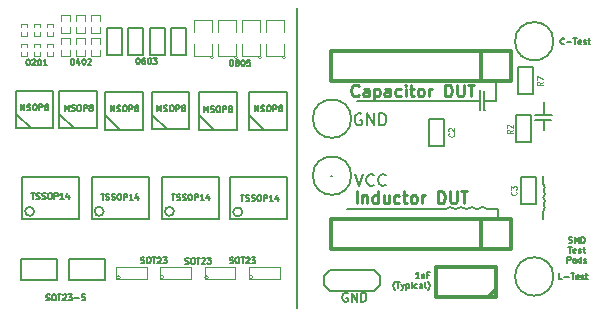
<source format=gto>
G04 (created by PCBNEW (2013-07-07 BZR 4022)-stable) date 1/31/2014 1:18:34 AM*
%MOIN*%
G04 Gerber Fmt 3.4, Leading zero omitted, Abs format*
%FSLAX34Y34*%
G01*
G70*
G90*
G04 APERTURE LIST*
%ADD10C,0.00590551*%
%ADD11C,0.005*%
%ADD12C,0.00984252*%
%ADD13C,0.00787402*%
%ADD14C,0.012*%
%ADD15C,0.0039*%
%ADD16C,0.0028*%
%ADD17C,0.00314961*%
%ADD18C,0.008*%
%ADD19C,0.0031*%
%ADD20C,0.0045*%
%ADD21C,0.006*%
G04 APERTURE END LIST*
G54D10*
G54D11*
X66692Y-66551D02*
X66720Y-66560D01*
X66768Y-66560D01*
X66787Y-66551D01*
X66797Y-66541D01*
X66806Y-66522D01*
X66806Y-66503D01*
X66797Y-66484D01*
X66787Y-66475D01*
X66768Y-66465D01*
X66730Y-66456D01*
X66711Y-66446D01*
X66701Y-66437D01*
X66692Y-66418D01*
X66692Y-66399D01*
X66701Y-66380D01*
X66711Y-66370D01*
X66730Y-66360D01*
X66778Y-66360D01*
X66806Y-66370D01*
X66930Y-66360D02*
X66968Y-66360D01*
X66987Y-66370D01*
X67006Y-66389D01*
X67016Y-66427D01*
X67016Y-66494D01*
X67006Y-66532D01*
X66987Y-66551D01*
X66968Y-66560D01*
X66930Y-66560D01*
X66911Y-66551D01*
X66892Y-66532D01*
X66882Y-66494D01*
X66882Y-66427D01*
X66892Y-66389D01*
X66911Y-66370D01*
X66930Y-66360D01*
X67073Y-66360D02*
X67187Y-66360D01*
X67130Y-66560D02*
X67130Y-66360D01*
X67244Y-66380D02*
X67254Y-66370D01*
X67273Y-66360D01*
X67320Y-66360D01*
X67340Y-66370D01*
X67349Y-66380D01*
X67359Y-66399D01*
X67359Y-66418D01*
X67349Y-66446D01*
X67235Y-66560D01*
X67359Y-66560D01*
X67425Y-66360D02*
X67549Y-66360D01*
X67482Y-66437D01*
X67511Y-66437D01*
X67530Y-66446D01*
X67540Y-66456D01*
X67549Y-66475D01*
X67549Y-66522D01*
X67540Y-66541D01*
X67530Y-66551D01*
X67511Y-66560D01*
X67454Y-66560D01*
X67435Y-66551D01*
X67425Y-66541D01*
X67635Y-66484D02*
X67787Y-66484D01*
X67978Y-66360D02*
X67882Y-66360D01*
X67873Y-66456D01*
X67882Y-66446D01*
X67901Y-66437D01*
X67949Y-66437D01*
X67968Y-66446D01*
X67978Y-66456D01*
X67987Y-66475D01*
X67987Y-66522D01*
X67978Y-66541D01*
X67968Y-66551D01*
X67949Y-66560D01*
X67901Y-66560D01*
X67882Y-66551D01*
X67873Y-66541D01*
X69851Y-65311D02*
X69879Y-65320D01*
X69927Y-65320D01*
X69946Y-65311D01*
X69956Y-65301D01*
X69965Y-65282D01*
X69965Y-65263D01*
X69956Y-65244D01*
X69946Y-65235D01*
X69927Y-65225D01*
X69889Y-65216D01*
X69870Y-65206D01*
X69860Y-65197D01*
X69851Y-65178D01*
X69851Y-65159D01*
X69860Y-65140D01*
X69870Y-65130D01*
X69889Y-65120D01*
X69937Y-65120D01*
X69965Y-65130D01*
X70089Y-65120D02*
X70127Y-65120D01*
X70146Y-65130D01*
X70165Y-65149D01*
X70175Y-65187D01*
X70175Y-65254D01*
X70165Y-65292D01*
X70146Y-65311D01*
X70127Y-65320D01*
X70089Y-65320D01*
X70070Y-65311D01*
X70051Y-65292D01*
X70041Y-65254D01*
X70041Y-65187D01*
X70051Y-65149D01*
X70070Y-65130D01*
X70089Y-65120D01*
X70232Y-65120D02*
X70346Y-65120D01*
X70289Y-65320D02*
X70289Y-65120D01*
X70403Y-65140D02*
X70413Y-65130D01*
X70432Y-65120D01*
X70480Y-65120D01*
X70499Y-65130D01*
X70508Y-65140D01*
X70518Y-65159D01*
X70518Y-65178D01*
X70508Y-65206D01*
X70394Y-65320D01*
X70518Y-65320D01*
X70584Y-65120D02*
X70708Y-65120D01*
X70641Y-65197D01*
X70670Y-65197D01*
X70689Y-65206D01*
X70699Y-65216D01*
X70708Y-65235D01*
X70708Y-65282D01*
X70699Y-65301D01*
X70689Y-65311D01*
X70670Y-65320D01*
X70613Y-65320D01*
X70594Y-65311D01*
X70584Y-65301D01*
X71331Y-65331D02*
X71359Y-65340D01*
X71407Y-65340D01*
X71426Y-65331D01*
X71436Y-65321D01*
X71445Y-65302D01*
X71445Y-65283D01*
X71436Y-65264D01*
X71426Y-65255D01*
X71407Y-65245D01*
X71369Y-65236D01*
X71350Y-65226D01*
X71340Y-65217D01*
X71331Y-65198D01*
X71331Y-65179D01*
X71340Y-65160D01*
X71350Y-65150D01*
X71369Y-65140D01*
X71417Y-65140D01*
X71445Y-65150D01*
X71569Y-65140D02*
X71607Y-65140D01*
X71626Y-65150D01*
X71645Y-65169D01*
X71655Y-65207D01*
X71655Y-65274D01*
X71645Y-65312D01*
X71626Y-65331D01*
X71607Y-65340D01*
X71569Y-65340D01*
X71550Y-65331D01*
X71531Y-65312D01*
X71521Y-65274D01*
X71521Y-65207D01*
X71531Y-65169D01*
X71550Y-65150D01*
X71569Y-65140D01*
X71712Y-65140D02*
X71826Y-65140D01*
X71769Y-65340D02*
X71769Y-65140D01*
X71883Y-65160D02*
X71893Y-65150D01*
X71912Y-65140D01*
X71960Y-65140D01*
X71979Y-65150D01*
X71988Y-65160D01*
X71998Y-65179D01*
X71998Y-65198D01*
X71988Y-65226D01*
X71874Y-65340D01*
X71998Y-65340D01*
X72064Y-65140D02*
X72188Y-65140D01*
X72121Y-65217D01*
X72150Y-65217D01*
X72169Y-65226D01*
X72179Y-65236D01*
X72188Y-65255D01*
X72188Y-65302D01*
X72179Y-65321D01*
X72169Y-65331D01*
X72150Y-65340D01*
X72093Y-65340D01*
X72074Y-65331D01*
X72064Y-65321D01*
X72811Y-65311D02*
X72839Y-65320D01*
X72887Y-65320D01*
X72906Y-65311D01*
X72916Y-65301D01*
X72925Y-65282D01*
X72925Y-65263D01*
X72916Y-65244D01*
X72906Y-65235D01*
X72887Y-65225D01*
X72849Y-65216D01*
X72830Y-65206D01*
X72820Y-65197D01*
X72811Y-65178D01*
X72811Y-65159D01*
X72820Y-65140D01*
X72830Y-65130D01*
X72849Y-65120D01*
X72897Y-65120D01*
X72925Y-65130D01*
X73049Y-65120D02*
X73087Y-65120D01*
X73106Y-65130D01*
X73125Y-65149D01*
X73135Y-65187D01*
X73135Y-65254D01*
X73125Y-65292D01*
X73106Y-65311D01*
X73087Y-65320D01*
X73049Y-65320D01*
X73030Y-65311D01*
X73011Y-65292D01*
X73001Y-65254D01*
X73001Y-65187D01*
X73011Y-65149D01*
X73030Y-65130D01*
X73049Y-65120D01*
X73192Y-65120D02*
X73306Y-65120D01*
X73249Y-65320D02*
X73249Y-65120D01*
X73363Y-65140D02*
X73373Y-65130D01*
X73392Y-65120D01*
X73440Y-65120D01*
X73459Y-65130D01*
X73468Y-65140D01*
X73478Y-65159D01*
X73478Y-65178D01*
X73468Y-65206D01*
X73354Y-65320D01*
X73478Y-65320D01*
X73544Y-65120D02*
X73668Y-65120D01*
X73601Y-65197D01*
X73630Y-65197D01*
X73649Y-65206D01*
X73659Y-65216D01*
X73668Y-65235D01*
X73668Y-65282D01*
X73659Y-65301D01*
X73649Y-65311D01*
X73630Y-65320D01*
X73573Y-65320D01*
X73554Y-65311D01*
X73544Y-65301D01*
X66197Y-62980D02*
X66311Y-62980D01*
X66254Y-63180D02*
X66254Y-62980D01*
X66368Y-63171D02*
X66397Y-63180D01*
X66444Y-63180D01*
X66463Y-63171D01*
X66473Y-63161D01*
X66482Y-63142D01*
X66482Y-63123D01*
X66473Y-63104D01*
X66463Y-63095D01*
X66444Y-63085D01*
X66406Y-63076D01*
X66387Y-63066D01*
X66378Y-63057D01*
X66368Y-63038D01*
X66368Y-63019D01*
X66378Y-63000D01*
X66387Y-62990D01*
X66406Y-62980D01*
X66454Y-62980D01*
X66482Y-62990D01*
X66559Y-63171D02*
X66587Y-63180D01*
X66635Y-63180D01*
X66654Y-63171D01*
X66663Y-63161D01*
X66673Y-63142D01*
X66673Y-63123D01*
X66663Y-63104D01*
X66654Y-63095D01*
X66635Y-63085D01*
X66597Y-63076D01*
X66578Y-63066D01*
X66568Y-63057D01*
X66559Y-63038D01*
X66559Y-63019D01*
X66568Y-63000D01*
X66578Y-62990D01*
X66597Y-62980D01*
X66644Y-62980D01*
X66673Y-62990D01*
X66797Y-62980D02*
X66835Y-62980D01*
X66854Y-62990D01*
X66873Y-63009D01*
X66882Y-63047D01*
X66882Y-63114D01*
X66873Y-63152D01*
X66854Y-63171D01*
X66835Y-63180D01*
X66797Y-63180D01*
X66778Y-63171D01*
X66759Y-63152D01*
X66749Y-63114D01*
X66749Y-63047D01*
X66759Y-63009D01*
X66778Y-62990D01*
X66797Y-62980D01*
X66968Y-63180D02*
X66968Y-62980D01*
X67044Y-62980D01*
X67063Y-62990D01*
X67073Y-63000D01*
X67082Y-63019D01*
X67082Y-63047D01*
X67073Y-63066D01*
X67063Y-63076D01*
X67044Y-63085D01*
X66968Y-63085D01*
X67273Y-63180D02*
X67159Y-63180D01*
X67216Y-63180D02*
X67216Y-62980D01*
X67197Y-63009D01*
X67178Y-63028D01*
X67159Y-63038D01*
X67444Y-63047D02*
X67444Y-63180D01*
X67397Y-62971D02*
X67349Y-63114D01*
X67473Y-63114D01*
X68517Y-63000D02*
X68631Y-63000D01*
X68574Y-63200D02*
X68574Y-63000D01*
X68688Y-63191D02*
X68717Y-63200D01*
X68764Y-63200D01*
X68783Y-63191D01*
X68793Y-63181D01*
X68802Y-63162D01*
X68802Y-63143D01*
X68793Y-63124D01*
X68783Y-63115D01*
X68764Y-63105D01*
X68726Y-63096D01*
X68707Y-63086D01*
X68698Y-63077D01*
X68688Y-63058D01*
X68688Y-63039D01*
X68698Y-63020D01*
X68707Y-63010D01*
X68726Y-63000D01*
X68774Y-63000D01*
X68802Y-63010D01*
X68879Y-63191D02*
X68907Y-63200D01*
X68955Y-63200D01*
X68974Y-63191D01*
X68983Y-63181D01*
X68993Y-63162D01*
X68993Y-63143D01*
X68983Y-63124D01*
X68974Y-63115D01*
X68955Y-63105D01*
X68917Y-63096D01*
X68898Y-63086D01*
X68888Y-63077D01*
X68879Y-63058D01*
X68879Y-63039D01*
X68888Y-63020D01*
X68898Y-63010D01*
X68917Y-63000D01*
X68964Y-63000D01*
X68993Y-63010D01*
X69117Y-63000D02*
X69155Y-63000D01*
X69174Y-63010D01*
X69193Y-63029D01*
X69202Y-63067D01*
X69202Y-63134D01*
X69193Y-63172D01*
X69174Y-63191D01*
X69155Y-63200D01*
X69117Y-63200D01*
X69098Y-63191D01*
X69079Y-63172D01*
X69069Y-63134D01*
X69069Y-63067D01*
X69079Y-63029D01*
X69098Y-63010D01*
X69117Y-63000D01*
X69288Y-63200D02*
X69288Y-63000D01*
X69364Y-63000D01*
X69383Y-63010D01*
X69393Y-63020D01*
X69402Y-63039D01*
X69402Y-63067D01*
X69393Y-63086D01*
X69383Y-63096D01*
X69364Y-63105D01*
X69288Y-63105D01*
X69593Y-63200D02*
X69479Y-63200D01*
X69536Y-63200D02*
X69536Y-63000D01*
X69517Y-63029D01*
X69498Y-63048D01*
X69479Y-63058D01*
X69764Y-63067D02*
X69764Y-63200D01*
X69717Y-62991D02*
X69669Y-63134D01*
X69793Y-63134D01*
X70877Y-63020D02*
X70991Y-63020D01*
X70934Y-63220D02*
X70934Y-63020D01*
X71048Y-63211D02*
X71077Y-63220D01*
X71124Y-63220D01*
X71143Y-63211D01*
X71153Y-63201D01*
X71162Y-63182D01*
X71162Y-63163D01*
X71153Y-63144D01*
X71143Y-63135D01*
X71124Y-63125D01*
X71086Y-63116D01*
X71067Y-63106D01*
X71058Y-63097D01*
X71048Y-63078D01*
X71048Y-63059D01*
X71058Y-63040D01*
X71067Y-63030D01*
X71086Y-63020D01*
X71134Y-63020D01*
X71162Y-63030D01*
X71239Y-63211D02*
X71267Y-63220D01*
X71315Y-63220D01*
X71334Y-63211D01*
X71343Y-63201D01*
X71353Y-63182D01*
X71353Y-63163D01*
X71343Y-63144D01*
X71334Y-63135D01*
X71315Y-63125D01*
X71277Y-63116D01*
X71258Y-63106D01*
X71248Y-63097D01*
X71239Y-63078D01*
X71239Y-63059D01*
X71248Y-63040D01*
X71258Y-63030D01*
X71277Y-63020D01*
X71324Y-63020D01*
X71353Y-63030D01*
X71477Y-63020D02*
X71515Y-63020D01*
X71534Y-63030D01*
X71553Y-63049D01*
X71562Y-63087D01*
X71562Y-63154D01*
X71553Y-63192D01*
X71534Y-63211D01*
X71515Y-63220D01*
X71477Y-63220D01*
X71458Y-63211D01*
X71439Y-63192D01*
X71429Y-63154D01*
X71429Y-63087D01*
X71439Y-63049D01*
X71458Y-63030D01*
X71477Y-63020D01*
X71648Y-63220D02*
X71648Y-63020D01*
X71724Y-63020D01*
X71743Y-63030D01*
X71753Y-63040D01*
X71762Y-63059D01*
X71762Y-63087D01*
X71753Y-63106D01*
X71743Y-63116D01*
X71724Y-63125D01*
X71648Y-63125D01*
X71953Y-63220D02*
X71839Y-63220D01*
X71896Y-63220D02*
X71896Y-63020D01*
X71877Y-63049D01*
X71858Y-63068D01*
X71839Y-63078D01*
X72124Y-63087D02*
X72124Y-63220D01*
X72077Y-63011D02*
X72029Y-63154D01*
X72153Y-63154D01*
X73177Y-63040D02*
X73291Y-63040D01*
X73234Y-63240D02*
X73234Y-63040D01*
X73348Y-63231D02*
X73377Y-63240D01*
X73424Y-63240D01*
X73443Y-63231D01*
X73453Y-63221D01*
X73462Y-63202D01*
X73462Y-63183D01*
X73453Y-63164D01*
X73443Y-63155D01*
X73424Y-63145D01*
X73386Y-63136D01*
X73367Y-63126D01*
X73358Y-63117D01*
X73348Y-63098D01*
X73348Y-63079D01*
X73358Y-63060D01*
X73367Y-63050D01*
X73386Y-63040D01*
X73434Y-63040D01*
X73462Y-63050D01*
X73539Y-63231D02*
X73567Y-63240D01*
X73615Y-63240D01*
X73634Y-63231D01*
X73643Y-63221D01*
X73653Y-63202D01*
X73653Y-63183D01*
X73643Y-63164D01*
X73634Y-63155D01*
X73615Y-63145D01*
X73577Y-63136D01*
X73558Y-63126D01*
X73548Y-63117D01*
X73539Y-63098D01*
X73539Y-63079D01*
X73548Y-63060D01*
X73558Y-63050D01*
X73577Y-63040D01*
X73624Y-63040D01*
X73653Y-63050D01*
X73777Y-63040D02*
X73815Y-63040D01*
X73834Y-63050D01*
X73853Y-63069D01*
X73862Y-63107D01*
X73862Y-63174D01*
X73853Y-63212D01*
X73834Y-63231D01*
X73815Y-63240D01*
X73777Y-63240D01*
X73758Y-63231D01*
X73739Y-63212D01*
X73729Y-63174D01*
X73729Y-63107D01*
X73739Y-63069D01*
X73758Y-63050D01*
X73777Y-63040D01*
X73948Y-63240D02*
X73948Y-63040D01*
X74024Y-63040D01*
X74043Y-63050D01*
X74053Y-63060D01*
X74062Y-63079D01*
X74062Y-63107D01*
X74053Y-63126D01*
X74043Y-63136D01*
X74024Y-63145D01*
X73948Y-63145D01*
X74253Y-63240D02*
X74139Y-63240D01*
X74196Y-63240D02*
X74196Y-63040D01*
X74177Y-63069D01*
X74158Y-63088D01*
X74139Y-63098D01*
X74424Y-63107D02*
X74424Y-63240D01*
X74377Y-63031D02*
X74329Y-63174D01*
X74453Y-63174D01*
X65838Y-60220D02*
X65838Y-60020D01*
X65904Y-60163D01*
X65971Y-60020D01*
X65971Y-60220D01*
X66057Y-60211D02*
X66085Y-60220D01*
X66133Y-60220D01*
X66152Y-60211D01*
X66161Y-60201D01*
X66171Y-60182D01*
X66171Y-60163D01*
X66161Y-60144D01*
X66152Y-60135D01*
X66133Y-60125D01*
X66095Y-60116D01*
X66076Y-60106D01*
X66066Y-60097D01*
X66057Y-60078D01*
X66057Y-60059D01*
X66066Y-60040D01*
X66076Y-60030D01*
X66095Y-60020D01*
X66142Y-60020D01*
X66171Y-60030D01*
X66295Y-60020D02*
X66333Y-60020D01*
X66352Y-60030D01*
X66371Y-60049D01*
X66380Y-60087D01*
X66380Y-60154D01*
X66371Y-60192D01*
X66352Y-60211D01*
X66333Y-60220D01*
X66295Y-60220D01*
X66276Y-60211D01*
X66257Y-60192D01*
X66247Y-60154D01*
X66247Y-60087D01*
X66257Y-60049D01*
X66276Y-60030D01*
X66295Y-60020D01*
X66466Y-60220D02*
X66466Y-60020D01*
X66542Y-60020D01*
X66561Y-60030D01*
X66571Y-60040D01*
X66580Y-60059D01*
X66580Y-60087D01*
X66571Y-60106D01*
X66561Y-60116D01*
X66542Y-60125D01*
X66466Y-60125D01*
X66695Y-60106D02*
X66676Y-60097D01*
X66666Y-60087D01*
X66657Y-60068D01*
X66657Y-60059D01*
X66666Y-60040D01*
X66676Y-60030D01*
X66695Y-60020D01*
X66733Y-60020D01*
X66752Y-60030D01*
X66761Y-60040D01*
X66771Y-60059D01*
X66771Y-60068D01*
X66761Y-60087D01*
X66752Y-60097D01*
X66733Y-60106D01*
X66695Y-60106D01*
X66676Y-60116D01*
X66666Y-60125D01*
X66657Y-60144D01*
X66657Y-60182D01*
X66666Y-60201D01*
X66676Y-60211D01*
X66695Y-60220D01*
X66733Y-60220D01*
X66752Y-60211D01*
X66761Y-60201D01*
X66771Y-60182D01*
X66771Y-60144D01*
X66761Y-60125D01*
X66752Y-60116D01*
X66733Y-60106D01*
X67318Y-60240D02*
X67318Y-60040D01*
X67384Y-60183D01*
X67451Y-60040D01*
X67451Y-60240D01*
X67537Y-60231D02*
X67565Y-60240D01*
X67613Y-60240D01*
X67632Y-60231D01*
X67641Y-60221D01*
X67651Y-60202D01*
X67651Y-60183D01*
X67641Y-60164D01*
X67632Y-60155D01*
X67613Y-60145D01*
X67575Y-60136D01*
X67556Y-60126D01*
X67546Y-60117D01*
X67537Y-60098D01*
X67537Y-60079D01*
X67546Y-60060D01*
X67556Y-60050D01*
X67575Y-60040D01*
X67622Y-60040D01*
X67651Y-60050D01*
X67775Y-60040D02*
X67813Y-60040D01*
X67832Y-60050D01*
X67851Y-60069D01*
X67860Y-60107D01*
X67860Y-60174D01*
X67851Y-60212D01*
X67832Y-60231D01*
X67813Y-60240D01*
X67775Y-60240D01*
X67756Y-60231D01*
X67737Y-60212D01*
X67727Y-60174D01*
X67727Y-60107D01*
X67737Y-60069D01*
X67756Y-60050D01*
X67775Y-60040D01*
X67946Y-60240D02*
X67946Y-60040D01*
X68022Y-60040D01*
X68041Y-60050D01*
X68051Y-60060D01*
X68060Y-60079D01*
X68060Y-60107D01*
X68051Y-60126D01*
X68041Y-60136D01*
X68022Y-60145D01*
X67946Y-60145D01*
X68175Y-60126D02*
X68156Y-60117D01*
X68146Y-60107D01*
X68137Y-60088D01*
X68137Y-60079D01*
X68146Y-60060D01*
X68156Y-60050D01*
X68175Y-60040D01*
X68213Y-60040D01*
X68232Y-60050D01*
X68241Y-60060D01*
X68251Y-60079D01*
X68251Y-60088D01*
X68241Y-60107D01*
X68232Y-60117D01*
X68213Y-60126D01*
X68175Y-60126D01*
X68156Y-60136D01*
X68146Y-60145D01*
X68137Y-60164D01*
X68137Y-60202D01*
X68146Y-60221D01*
X68156Y-60231D01*
X68175Y-60240D01*
X68213Y-60240D01*
X68232Y-60231D01*
X68241Y-60221D01*
X68251Y-60202D01*
X68251Y-60164D01*
X68241Y-60145D01*
X68232Y-60136D01*
X68213Y-60126D01*
X68838Y-60260D02*
X68838Y-60060D01*
X68904Y-60203D01*
X68971Y-60060D01*
X68971Y-60260D01*
X69057Y-60251D02*
X69085Y-60260D01*
X69133Y-60260D01*
X69152Y-60251D01*
X69161Y-60241D01*
X69171Y-60222D01*
X69171Y-60203D01*
X69161Y-60184D01*
X69152Y-60175D01*
X69133Y-60165D01*
X69095Y-60156D01*
X69076Y-60146D01*
X69066Y-60137D01*
X69057Y-60118D01*
X69057Y-60099D01*
X69066Y-60080D01*
X69076Y-60070D01*
X69095Y-60060D01*
X69142Y-60060D01*
X69171Y-60070D01*
X69295Y-60060D02*
X69333Y-60060D01*
X69352Y-60070D01*
X69371Y-60089D01*
X69380Y-60127D01*
X69380Y-60194D01*
X69371Y-60232D01*
X69352Y-60251D01*
X69333Y-60260D01*
X69295Y-60260D01*
X69276Y-60251D01*
X69257Y-60232D01*
X69247Y-60194D01*
X69247Y-60127D01*
X69257Y-60089D01*
X69276Y-60070D01*
X69295Y-60060D01*
X69466Y-60260D02*
X69466Y-60060D01*
X69542Y-60060D01*
X69561Y-60070D01*
X69571Y-60080D01*
X69580Y-60099D01*
X69580Y-60127D01*
X69571Y-60146D01*
X69561Y-60156D01*
X69542Y-60165D01*
X69466Y-60165D01*
X69695Y-60146D02*
X69676Y-60137D01*
X69666Y-60127D01*
X69657Y-60108D01*
X69657Y-60099D01*
X69666Y-60080D01*
X69676Y-60070D01*
X69695Y-60060D01*
X69733Y-60060D01*
X69752Y-60070D01*
X69761Y-60080D01*
X69771Y-60099D01*
X69771Y-60108D01*
X69761Y-60127D01*
X69752Y-60137D01*
X69733Y-60146D01*
X69695Y-60146D01*
X69676Y-60156D01*
X69666Y-60165D01*
X69657Y-60184D01*
X69657Y-60222D01*
X69666Y-60241D01*
X69676Y-60251D01*
X69695Y-60260D01*
X69733Y-60260D01*
X69752Y-60251D01*
X69761Y-60241D01*
X69771Y-60222D01*
X69771Y-60184D01*
X69761Y-60165D01*
X69752Y-60156D01*
X69733Y-60146D01*
X70398Y-60260D02*
X70398Y-60060D01*
X70464Y-60203D01*
X70531Y-60060D01*
X70531Y-60260D01*
X70617Y-60251D02*
X70645Y-60260D01*
X70693Y-60260D01*
X70712Y-60251D01*
X70721Y-60241D01*
X70731Y-60222D01*
X70731Y-60203D01*
X70721Y-60184D01*
X70712Y-60175D01*
X70693Y-60165D01*
X70655Y-60156D01*
X70636Y-60146D01*
X70626Y-60137D01*
X70617Y-60118D01*
X70617Y-60099D01*
X70626Y-60080D01*
X70636Y-60070D01*
X70655Y-60060D01*
X70702Y-60060D01*
X70731Y-60070D01*
X70855Y-60060D02*
X70893Y-60060D01*
X70912Y-60070D01*
X70931Y-60089D01*
X70940Y-60127D01*
X70940Y-60194D01*
X70931Y-60232D01*
X70912Y-60251D01*
X70893Y-60260D01*
X70855Y-60260D01*
X70836Y-60251D01*
X70817Y-60232D01*
X70807Y-60194D01*
X70807Y-60127D01*
X70817Y-60089D01*
X70836Y-60070D01*
X70855Y-60060D01*
X71026Y-60260D02*
X71026Y-60060D01*
X71102Y-60060D01*
X71121Y-60070D01*
X71131Y-60080D01*
X71140Y-60099D01*
X71140Y-60127D01*
X71131Y-60146D01*
X71121Y-60156D01*
X71102Y-60165D01*
X71026Y-60165D01*
X71255Y-60146D02*
X71236Y-60137D01*
X71226Y-60127D01*
X71217Y-60108D01*
X71217Y-60099D01*
X71226Y-60080D01*
X71236Y-60070D01*
X71255Y-60060D01*
X71293Y-60060D01*
X71312Y-60070D01*
X71321Y-60080D01*
X71331Y-60099D01*
X71331Y-60108D01*
X71321Y-60127D01*
X71312Y-60137D01*
X71293Y-60146D01*
X71255Y-60146D01*
X71236Y-60156D01*
X71226Y-60165D01*
X71217Y-60184D01*
X71217Y-60222D01*
X71226Y-60241D01*
X71236Y-60251D01*
X71255Y-60260D01*
X71293Y-60260D01*
X71312Y-60251D01*
X71321Y-60241D01*
X71331Y-60222D01*
X71331Y-60184D01*
X71321Y-60165D01*
X71312Y-60156D01*
X71293Y-60146D01*
X71958Y-60280D02*
X71958Y-60080D01*
X72024Y-60223D01*
X72091Y-60080D01*
X72091Y-60280D01*
X72177Y-60271D02*
X72205Y-60280D01*
X72253Y-60280D01*
X72272Y-60271D01*
X72281Y-60261D01*
X72291Y-60242D01*
X72291Y-60223D01*
X72281Y-60204D01*
X72272Y-60195D01*
X72253Y-60185D01*
X72215Y-60176D01*
X72196Y-60166D01*
X72186Y-60157D01*
X72177Y-60138D01*
X72177Y-60119D01*
X72186Y-60100D01*
X72196Y-60090D01*
X72215Y-60080D01*
X72262Y-60080D01*
X72291Y-60090D01*
X72415Y-60080D02*
X72453Y-60080D01*
X72472Y-60090D01*
X72491Y-60109D01*
X72500Y-60147D01*
X72500Y-60214D01*
X72491Y-60252D01*
X72472Y-60271D01*
X72453Y-60280D01*
X72415Y-60280D01*
X72396Y-60271D01*
X72377Y-60252D01*
X72367Y-60214D01*
X72367Y-60147D01*
X72377Y-60109D01*
X72396Y-60090D01*
X72415Y-60080D01*
X72586Y-60280D02*
X72586Y-60080D01*
X72662Y-60080D01*
X72681Y-60090D01*
X72691Y-60100D01*
X72700Y-60119D01*
X72700Y-60147D01*
X72691Y-60166D01*
X72681Y-60176D01*
X72662Y-60185D01*
X72586Y-60185D01*
X72815Y-60166D02*
X72796Y-60157D01*
X72786Y-60147D01*
X72777Y-60128D01*
X72777Y-60119D01*
X72786Y-60100D01*
X72796Y-60090D01*
X72815Y-60080D01*
X72853Y-60080D01*
X72872Y-60090D01*
X72881Y-60100D01*
X72891Y-60119D01*
X72891Y-60128D01*
X72881Y-60147D01*
X72872Y-60157D01*
X72853Y-60166D01*
X72815Y-60166D01*
X72796Y-60176D01*
X72786Y-60185D01*
X72777Y-60204D01*
X72777Y-60242D01*
X72786Y-60261D01*
X72796Y-60271D01*
X72815Y-60280D01*
X72853Y-60280D01*
X72872Y-60271D01*
X72881Y-60261D01*
X72891Y-60242D01*
X72891Y-60204D01*
X72881Y-60185D01*
X72872Y-60176D01*
X72853Y-60166D01*
X73638Y-60260D02*
X73638Y-60060D01*
X73704Y-60203D01*
X73771Y-60060D01*
X73771Y-60260D01*
X73857Y-60251D02*
X73885Y-60260D01*
X73933Y-60260D01*
X73952Y-60251D01*
X73961Y-60241D01*
X73971Y-60222D01*
X73971Y-60203D01*
X73961Y-60184D01*
X73952Y-60175D01*
X73933Y-60165D01*
X73895Y-60156D01*
X73876Y-60146D01*
X73866Y-60137D01*
X73857Y-60118D01*
X73857Y-60099D01*
X73866Y-60080D01*
X73876Y-60070D01*
X73895Y-60060D01*
X73942Y-60060D01*
X73971Y-60070D01*
X74095Y-60060D02*
X74133Y-60060D01*
X74152Y-60070D01*
X74171Y-60089D01*
X74180Y-60127D01*
X74180Y-60194D01*
X74171Y-60232D01*
X74152Y-60251D01*
X74133Y-60260D01*
X74095Y-60260D01*
X74076Y-60251D01*
X74057Y-60232D01*
X74047Y-60194D01*
X74047Y-60127D01*
X74057Y-60089D01*
X74076Y-60070D01*
X74095Y-60060D01*
X74266Y-60260D02*
X74266Y-60060D01*
X74342Y-60060D01*
X74361Y-60070D01*
X74371Y-60080D01*
X74380Y-60099D01*
X74380Y-60127D01*
X74371Y-60146D01*
X74361Y-60156D01*
X74342Y-60165D01*
X74266Y-60165D01*
X74495Y-60146D02*
X74476Y-60137D01*
X74466Y-60127D01*
X74457Y-60108D01*
X74457Y-60099D01*
X74466Y-60080D01*
X74476Y-60070D01*
X74495Y-60060D01*
X74533Y-60060D01*
X74552Y-60070D01*
X74561Y-60080D01*
X74571Y-60099D01*
X74571Y-60108D01*
X74561Y-60127D01*
X74552Y-60137D01*
X74533Y-60146D01*
X74495Y-60146D01*
X74476Y-60156D01*
X74466Y-60165D01*
X74457Y-60184D01*
X74457Y-60222D01*
X74466Y-60241D01*
X74476Y-60251D01*
X74495Y-60260D01*
X74533Y-60260D01*
X74552Y-60251D01*
X74561Y-60241D01*
X74571Y-60222D01*
X74571Y-60184D01*
X74561Y-60165D01*
X74552Y-60156D01*
X74533Y-60146D01*
X72864Y-58540D02*
X72883Y-58540D01*
X72902Y-58550D01*
X72912Y-58560D01*
X72921Y-58579D01*
X72931Y-58617D01*
X72931Y-58664D01*
X72921Y-58702D01*
X72912Y-58721D01*
X72902Y-58731D01*
X72883Y-58740D01*
X72864Y-58740D01*
X72845Y-58731D01*
X72836Y-58721D01*
X72826Y-58702D01*
X72817Y-58664D01*
X72817Y-58617D01*
X72826Y-58579D01*
X72836Y-58560D01*
X72845Y-58550D01*
X72864Y-58540D01*
X73045Y-58626D02*
X73026Y-58617D01*
X73017Y-58607D01*
X73007Y-58588D01*
X73007Y-58579D01*
X73017Y-58560D01*
X73026Y-58550D01*
X73045Y-58540D01*
X73083Y-58540D01*
X73102Y-58550D01*
X73112Y-58560D01*
X73121Y-58579D01*
X73121Y-58588D01*
X73112Y-58607D01*
X73102Y-58617D01*
X73083Y-58626D01*
X73045Y-58626D01*
X73026Y-58636D01*
X73017Y-58645D01*
X73007Y-58664D01*
X73007Y-58702D01*
X73017Y-58721D01*
X73026Y-58731D01*
X73045Y-58740D01*
X73083Y-58740D01*
X73102Y-58731D01*
X73112Y-58721D01*
X73121Y-58702D01*
X73121Y-58664D01*
X73112Y-58645D01*
X73102Y-58636D01*
X73083Y-58626D01*
X73245Y-58540D02*
X73264Y-58540D01*
X73283Y-58550D01*
X73293Y-58560D01*
X73302Y-58579D01*
X73312Y-58617D01*
X73312Y-58664D01*
X73302Y-58702D01*
X73293Y-58721D01*
X73283Y-58731D01*
X73264Y-58740D01*
X73245Y-58740D01*
X73226Y-58731D01*
X73217Y-58721D01*
X73207Y-58702D01*
X73198Y-58664D01*
X73198Y-58617D01*
X73207Y-58579D01*
X73217Y-58560D01*
X73226Y-58550D01*
X73245Y-58540D01*
X73493Y-58540D02*
X73398Y-58540D01*
X73388Y-58636D01*
X73398Y-58626D01*
X73417Y-58617D01*
X73464Y-58617D01*
X73483Y-58626D01*
X73493Y-58636D01*
X73502Y-58655D01*
X73502Y-58702D01*
X73493Y-58721D01*
X73483Y-58731D01*
X73464Y-58740D01*
X73417Y-58740D01*
X73398Y-58731D01*
X73388Y-58721D01*
X69744Y-58480D02*
X69763Y-58480D01*
X69782Y-58490D01*
X69792Y-58500D01*
X69801Y-58519D01*
X69811Y-58557D01*
X69811Y-58604D01*
X69801Y-58642D01*
X69792Y-58661D01*
X69782Y-58671D01*
X69763Y-58680D01*
X69744Y-58680D01*
X69725Y-58671D01*
X69716Y-58661D01*
X69706Y-58642D01*
X69697Y-58604D01*
X69697Y-58557D01*
X69706Y-58519D01*
X69716Y-58500D01*
X69725Y-58490D01*
X69744Y-58480D01*
X69982Y-58480D02*
X69944Y-58480D01*
X69925Y-58490D01*
X69916Y-58500D01*
X69897Y-58528D01*
X69887Y-58566D01*
X69887Y-58642D01*
X69897Y-58661D01*
X69906Y-58671D01*
X69925Y-58680D01*
X69963Y-58680D01*
X69982Y-58671D01*
X69992Y-58661D01*
X70001Y-58642D01*
X70001Y-58595D01*
X69992Y-58576D01*
X69982Y-58566D01*
X69963Y-58557D01*
X69925Y-58557D01*
X69906Y-58566D01*
X69897Y-58576D01*
X69887Y-58595D01*
X70125Y-58480D02*
X70144Y-58480D01*
X70163Y-58490D01*
X70173Y-58500D01*
X70182Y-58519D01*
X70192Y-58557D01*
X70192Y-58604D01*
X70182Y-58642D01*
X70173Y-58661D01*
X70163Y-58671D01*
X70144Y-58680D01*
X70125Y-58680D01*
X70106Y-58671D01*
X70097Y-58661D01*
X70087Y-58642D01*
X70078Y-58604D01*
X70078Y-58557D01*
X70087Y-58519D01*
X70097Y-58500D01*
X70106Y-58490D01*
X70125Y-58480D01*
X70259Y-58480D02*
X70382Y-58480D01*
X70316Y-58557D01*
X70344Y-58557D01*
X70363Y-58566D01*
X70373Y-58576D01*
X70382Y-58595D01*
X70382Y-58642D01*
X70373Y-58661D01*
X70363Y-58671D01*
X70344Y-58680D01*
X70287Y-58680D01*
X70268Y-58671D01*
X70259Y-58661D01*
X67564Y-58500D02*
X67583Y-58500D01*
X67602Y-58510D01*
X67612Y-58520D01*
X67621Y-58539D01*
X67631Y-58577D01*
X67631Y-58624D01*
X67621Y-58662D01*
X67612Y-58681D01*
X67602Y-58691D01*
X67583Y-58700D01*
X67564Y-58700D01*
X67545Y-58691D01*
X67536Y-58681D01*
X67526Y-58662D01*
X67517Y-58624D01*
X67517Y-58577D01*
X67526Y-58539D01*
X67536Y-58520D01*
X67545Y-58510D01*
X67564Y-58500D01*
X67802Y-58567D02*
X67802Y-58700D01*
X67755Y-58491D02*
X67707Y-58634D01*
X67831Y-58634D01*
X67945Y-58500D02*
X67964Y-58500D01*
X67983Y-58510D01*
X67993Y-58520D01*
X68002Y-58539D01*
X68012Y-58577D01*
X68012Y-58624D01*
X68002Y-58662D01*
X67993Y-58681D01*
X67983Y-58691D01*
X67964Y-58700D01*
X67945Y-58700D01*
X67926Y-58691D01*
X67917Y-58681D01*
X67907Y-58662D01*
X67898Y-58624D01*
X67898Y-58577D01*
X67907Y-58539D01*
X67917Y-58520D01*
X67926Y-58510D01*
X67945Y-58500D01*
X68088Y-58520D02*
X68098Y-58510D01*
X68117Y-58500D01*
X68164Y-58500D01*
X68183Y-58510D01*
X68193Y-58520D01*
X68202Y-58539D01*
X68202Y-58558D01*
X68193Y-58586D01*
X68079Y-58700D01*
X68202Y-58700D01*
X66084Y-58520D02*
X66103Y-58520D01*
X66122Y-58530D01*
X66132Y-58540D01*
X66141Y-58559D01*
X66151Y-58597D01*
X66151Y-58644D01*
X66141Y-58682D01*
X66132Y-58701D01*
X66122Y-58711D01*
X66103Y-58720D01*
X66084Y-58720D01*
X66065Y-58711D01*
X66056Y-58701D01*
X66046Y-58682D01*
X66037Y-58644D01*
X66037Y-58597D01*
X66046Y-58559D01*
X66056Y-58540D01*
X66065Y-58530D01*
X66084Y-58520D01*
X66227Y-58540D02*
X66237Y-58530D01*
X66256Y-58520D01*
X66303Y-58520D01*
X66322Y-58530D01*
X66332Y-58540D01*
X66341Y-58559D01*
X66341Y-58578D01*
X66332Y-58606D01*
X66218Y-58720D01*
X66341Y-58720D01*
X66465Y-58520D02*
X66484Y-58520D01*
X66503Y-58530D01*
X66513Y-58540D01*
X66522Y-58559D01*
X66532Y-58597D01*
X66532Y-58644D01*
X66522Y-58682D01*
X66513Y-58701D01*
X66503Y-58711D01*
X66484Y-58720D01*
X66465Y-58720D01*
X66446Y-58711D01*
X66437Y-58701D01*
X66427Y-58682D01*
X66418Y-58644D01*
X66418Y-58597D01*
X66427Y-58559D01*
X66437Y-58540D01*
X66446Y-58530D01*
X66465Y-58520D01*
X66722Y-58720D02*
X66608Y-58720D01*
X66665Y-58720D02*
X66665Y-58520D01*
X66646Y-58549D01*
X66627Y-58568D01*
X66608Y-58578D01*
X84108Y-64631D02*
X84137Y-64640D01*
X84184Y-64640D01*
X84203Y-64631D01*
X84213Y-64621D01*
X84222Y-64602D01*
X84222Y-64583D01*
X84213Y-64564D01*
X84203Y-64555D01*
X84184Y-64545D01*
X84146Y-64536D01*
X84127Y-64526D01*
X84118Y-64517D01*
X84108Y-64498D01*
X84108Y-64479D01*
X84118Y-64460D01*
X84127Y-64450D01*
X84146Y-64440D01*
X84194Y-64440D01*
X84222Y-64450D01*
X84308Y-64640D02*
X84308Y-64440D01*
X84375Y-64583D01*
X84441Y-64440D01*
X84441Y-64640D01*
X84537Y-64640D02*
X84537Y-64440D01*
X84584Y-64440D01*
X84613Y-64450D01*
X84632Y-64469D01*
X84641Y-64488D01*
X84651Y-64526D01*
X84651Y-64555D01*
X84641Y-64593D01*
X84632Y-64612D01*
X84613Y-64631D01*
X84584Y-64640D01*
X84537Y-64640D01*
X84099Y-64770D02*
X84213Y-64770D01*
X84156Y-64970D02*
X84156Y-64770D01*
X84356Y-64961D02*
X84337Y-64970D01*
X84299Y-64970D01*
X84280Y-64961D01*
X84270Y-64942D01*
X84270Y-64866D01*
X84280Y-64847D01*
X84299Y-64837D01*
X84337Y-64837D01*
X84356Y-64847D01*
X84365Y-64866D01*
X84365Y-64885D01*
X84270Y-64904D01*
X84441Y-64961D02*
X84460Y-64970D01*
X84499Y-64970D01*
X84518Y-64961D01*
X84527Y-64942D01*
X84527Y-64932D01*
X84518Y-64913D01*
X84499Y-64904D01*
X84470Y-64904D01*
X84451Y-64894D01*
X84441Y-64875D01*
X84441Y-64866D01*
X84451Y-64847D01*
X84470Y-64837D01*
X84499Y-64837D01*
X84518Y-64847D01*
X84584Y-64837D02*
X84660Y-64837D01*
X84613Y-64770D02*
X84613Y-64942D01*
X84622Y-64961D01*
X84641Y-64970D01*
X84660Y-64970D01*
X84065Y-65300D02*
X84065Y-65100D01*
X84141Y-65100D01*
X84160Y-65110D01*
X84170Y-65120D01*
X84180Y-65139D01*
X84180Y-65167D01*
X84170Y-65186D01*
X84160Y-65196D01*
X84141Y-65205D01*
X84065Y-65205D01*
X84351Y-65300D02*
X84351Y-65196D01*
X84341Y-65177D01*
X84322Y-65167D01*
X84284Y-65167D01*
X84265Y-65177D01*
X84351Y-65291D02*
X84332Y-65300D01*
X84284Y-65300D01*
X84265Y-65291D01*
X84256Y-65272D01*
X84256Y-65253D01*
X84265Y-65234D01*
X84284Y-65224D01*
X84332Y-65224D01*
X84351Y-65215D01*
X84532Y-65300D02*
X84532Y-65100D01*
X84532Y-65291D02*
X84513Y-65300D01*
X84475Y-65300D01*
X84456Y-65291D01*
X84446Y-65281D01*
X84437Y-65262D01*
X84437Y-65205D01*
X84446Y-65186D01*
X84456Y-65177D01*
X84475Y-65167D01*
X84513Y-65167D01*
X84532Y-65177D01*
X84618Y-65291D02*
X84637Y-65300D01*
X84675Y-65300D01*
X84694Y-65291D01*
X84703Y-65272D01*
X84703Y-65262D01*
X84694Y-65243D01*
X84675Y-65234D01*
X84646Y-65234D01*
X84627Y-65224D01*
X84618Y-65205D01*
X84618Y-65196D01*
X84627Y-65177D01*
X84646Y-65167D01*
X84675Y-65167D01*
X84694Y-65177D01*
G54D12*
X77109Y-59721D02*
X77090Y-59740D01*
X77034Y-59759D01*
X76997Y-59759D01*
X76940Y-59740D01*
X76903Y-59703D01*
X76884Y-59665D01*
X76865Y-59590D01*
X76865Y-59534D01*
X76884Y-59459D01*
X76903Y-59421D01*
X76940Y-59384D01*
X76997Y-59365D01*
X77034Y-59365D01*
X77090Y-59384D01*
X77109Y-59403D01*
X77447Y-59759D02*
X77447Y-59553D01*
X77428Y-59515D01*
X77390Y-59496D01*
X77315Y-59496D01*
X77278Y-59515D01*
X77447Y-59740D02*
X77409Y-59759D01*
X77315Y-59759D01*
X77278Y-59740D01*
X77259Y-59703D01*
X77259Y-59665D01*
X77278Y-59628D01*
X77315Y-59609D01*
X77409Y-59609D01*
X77447Y-59590D01*
X77634Y-59496D02*
X77634Y-59890D01*
X77634Y-59515D02*
X77672Y-59496D01*
X77747Y-59496D01*
X77784Y-59515D01*
X77803Y-59534D01*
X77822Y-59571D01*
X77822Y-59684D01*
X77803Y-59721D01*
X77784Y-59740D01*
X77747Y-59759D01*
X77672Y-59759D01*
X77634Y-59740D01*
X78159Y-59759D02*
X78159Y-59553D01*
X78140Y-59515D01*
X78103Y-59496D01*
X78028Y-59496D01*
X77990Y-59515D01*
X78159Y-59740D02*
X78121Y-59759D01*
X78028Y-59759D01*
X77990Y-59740D01*
X77971Y-59703D01*
X77971Y-59665D01*
X77990Y-59628D01*
X78028Y-59609D01*
X78121Y-59609D01*
X78159Y-59590D01*
X78515Y-59740D02*
X78478Y-59759D01*
X78403Y-59759D01*
X78365Y-59740D01*
X78346Y-59721D01*
X78328Y-59684D01*
X78328Y-59571D01*
X78346Y-59534D01*
X78365Y-59515D01*
X78403Y-59496D01*
X78478Y-59496D01*
X78515Y-59515D01*
X78684Y-59759D02*
X78684Y-59496D01*
X78684Y-59365D02*
X78665Y-59384D01*
X78684Y-59403D01*
X78703Y-59384D01*
X78684Y-59365D01*
X78684Y-59403D01*
X78815Y-59496D02*
X78965Y-59496D01*
X78871Y-59365D02*
X78871Y-59703D01*
X78890Y-59740D01*
X78928Y-59759D01*
X78965Y-59759D01*
X79153Y-59759D02*
X79115Y-59740D01*
X79096Y-59721D01*
X79078Y-59684D01*
X79078Y-59571D01*
X79096Y-59534D01*
X79115Y-59515D01*
X79153Y-59496D01*
X79209Y-59496D01*
X79246Y-59515D01*
X79265Y-59534D01*
X79284Y-59571D01*
X79284Y-59684D01*
X79265Y-59721D01*
X79246Y-59740D01*
X79209Y-59759D01*
X79153Y-59759D01*
X79453Y-59759D02*
X79453Y-59496D01*
X79453Y-59571D02*
X79471Y-59534D01*
X79490Y-59515D01*
X79528Y-59496D01*
X79565Y-59496D01*
X79996Y-59759D02*
X79996Y-59365D01*
X80090Y-59365D01*
X80146Y-59384D01*
X80184Y-59421D01*
X80202Y-59459D01*
X80221Y-59534D01*
X80221Y-59590D01*
X80202Y-59665D01*
X80184Y-59703D01*
X80146Y-59740D01*
X80090Y-59759D01*
X79996Y-59759D01*
X80390Y-59365D02*
X80390Y-59684D01*
X80409Y-59721D01*
X80427Y-59740D01*
X80465Y-59759D01*
X80540Y-59759D01*
X80577Y-59740D01*
X80596Y-59721D01*
X80615Y-59684D01*
X80615Y-59365D01*
X80746Y-59365D02*
X80971Y-59365D01*
X80859Y-59759D02*
X80859Y-59365D01*
G54D13*
X81140Y-59920D02*
X77060Y-59920D01*
X81140Y-60220D02*
X81160Y-60220D01*
X81140Y-59560D02*
X81140Y-60220D01*
X81300Y-60200D02*
X81320Y-60200D01*
X81300Y-59580D02*
X81300Y-60200D01*
X81300Y-59920D02*
X81300Y-59900D01*
X81700Y-59920D02*
X81300Y-59920D01*
X81700Y-59260D02*
X81700Y-59920D01*
G54D12*
X77041Y-63319D02*
X77041Y-62925D01*
X77228Y-63056D02*
X77228Y-63319D01*
X77228Y-63094D02*
X77247Y-63075D01*
X77285Y-63056D01*
X77341Y-63056D01*
X77378Y-63075D01*
X77397Y-63113D01*
X77397Y-63319D01*
X77753Y-63319D02*
X77753Y-62925D01*
X77753Y-63300D02*
X77716Y-63319D01*
X77641Y-63319D01*
X77603Y-63300D01*
X77585Y-63281D01*
X77566Y-63244D01*
X77566Y-63131D01*
X77585Y-63094D01*
X77603Y-63075D01*
X77641Y-63056D01*
X77716Y-63056D01*
X77753Y-63075D01*
X78110Y-63056D02*
X78110Y-63319D01*
X77941Y-63056D02*
X77941Y-63263D01*
X77960Y-63300D01*
X77997Y-63319D01*
X78053Y-63319D01*
X78091Y-63300D01*
X78110Y-63281D01*
X78466Y-63300D02*
X78428Y-63319D01*
X78353Y-63319D01*
X78316Y-63300D01*
X78297Y-63281D01*
X78278Y-63244D01*
X78278Y-63131D01*
X78297Y-63094D01*
X78316Y-63075D01*
X78353Y-63056D01*
X78428Y-63056D01*
X78466Y-63075D01*
X78578Y-63056D02*
X78728Y-63056D01*
X78635Y-62925D02*
X78635Y-63263D01*
X78653Y-63300D01*
X78691Y-63319D01*
X78728Y-63319D01*
X78916Y-63319D02*
X78878Y-63300D01*
X78860Y-63281D01*
X78841Y-63244D01*
X78841Y-63131D01*
X78860Y-63094D01*
X78878Y-63075D01*
X78916Y-63056D01*
X78972Y-63056D01*
X79009Y-63075D01*
X79028Y-63094D01*
X79047Y-63131D01*
X79047Y-63244D01*
X79028Y-63281D01*
X79009Y-63300D01*
X78972Y-63319D01*
X78916Y-63319D01*
X79216Y-63319D02*
X79216Y-63056D01*
X79216Y-63131D02*
X79234Y-63094D01*
X79253Y-63075D01*
X79291Y-63056D01*
X79328Y-63056D01*
X79759Y-63319D02*
X79759Y-62925D01*
X79853Y-62925D01*
X79909Y-62944D01*
X79947Y-62981D01*
X79966Y-63019D01*
X79984Y-63094D01*
X79984Y-63150D01*
X79966Y-63225D01*
X79947Y-63263D01*
X79909Y-63300D01*
X79853Y-63319D01*
X79759Y-63319D01*
X80153Y-62925D02*
X80153Y-63244D01*
X80172Y-63281D01*
X80191Y-63300D01*
X80228Y-63319D01*
X80303Y-63319D01*
X80341Y-63300D01*
X80359Y-63281D01*
X80378Y-63244D01*
X80378Y-62925D01*
X80509Y-62925D02*
X80734Y-62925D01*
X80622Y-63319D02*
X80622Y-62925D01*
G54D13*
X79320Y-63520D02*
X76720Y-63520D01*
X81740Y-63860D02*
X81720Y-63860D01*
X81740Y-63520D02*
X81740Y-63860D01*
X79980Y-63520D02*
X79320Y-63520D01*
X81420Y-63520D02*
X81740Y-63520D01*
X81060Y-63520D02*
G75*
G03X80700Y-63520I-180J-180D01*
G74*
G01*
X81420Y-63520D02*
G75*
G03X81060Y-63520I-180J-180D01*
G74*
G01*
X80700Y-63520D02*
G75*
G03X80340Y-63520I-180J-180D01*
G74*
G01*
X80340Y-63520D02*
G75*
G03X79980Y-63520I-180J-180D01*
G74*
G01*
G54D11*
X79129Y-65820D02*
X79015Y-65820D01*
X79072Y-65820D02*
X79072Y-65620D01*
X79053Y-65649D01*
X79034Y-65668D01*
X79015Y-65678D01*
X79215Y-65687D02*
X79215Y-65820D01*
X79215Y-65706D02*
X79224Y-65697D01*
X79243Y-65687D01*
X79272Y-65687D01*
X79291Y-65697D01*
X79300Y-65716D01*
X79300Y-65820D01*
X79462Y-65716D02*
X79396Y-65716D01*
X79396Y-65820D02*
X79396Y-65620D01*
X79491Y-65620D01*
X78319Y-66227D02*
X78310Y-66217D01*
X78291Y-66189D01*
X78281Y-66170D01*
X78272Y-66141D01*
X78262Y-66093D01*
X78262Y-66055D01*
X78272Y-66008D01*
X78281Y-65979D01*
X78291Y-65960D01*
X78310Y-65931D01*
X78319Y-65922D01*
X78367Y-65950D02*
X78481Y-65950D01*
X78424Y-66150D02*
X78424Y-65950D01*
X78529Y-66017D02*
X78577Y-66150D01*
X78624Y-66017D02*
X78577Y-66150D01*
X78558Y-66198D01*
X78548Y-66208D01*
X78529Y-66217D01*
X78700Y-66017D02*
X78700Y-66217D01*
X78700Y-66027D02*
X78719Y-66017D01*
X78758Y-66017D01*
X78777Y-66027D01*
X78786Y-66036D01*
X78796Y-66055D01*
X78796Y-66112D01*
X78786Y-66131D01*
X78777Y-66141D01*
X78758Y-66150D01*
X78719Y-66150D01*
X78700Y-66141D01*
X78881Y-66150D02*
X78881Y-66017D01*
X78881Y-65950D02*
X78872Y-65960D01*
X78881Y-65970D01*
X78891Y-65960D01*
X78881Y-65950D01*
X78881Y-65970D01*
X79062Y-66141D02*
X79043Y-66150D01*
X79005Y-66150D01*
X78986Y-66141D01*
X78977Y-66131D01*
X78967Y-66112D01*
X78967Y-66055D01*
X78977Y-66036D01*
X78986Y-66027D01*
X79005Y-66017D01*
X79043Y-66017D01*
X79062Y-66027D01*
X79234Y-66150D02*
X79234Y-66046D01*
X79224Y-66027D01*
X79205Y-66017D01*
X79167Y-66017D01*
X79148Y-66027D01*
X79234Y-66141D02*
X79215Y-66150D01*
X79167Y-66150D01*
X79148Y-66141D01*
X79139Y-66122D01*
X79139Y-66103D01*
X79148Y-66084D01*
X79167Y-66074D01*
X79215Y-66074D01*
X79234Y-66065D01*
X79358Y-66150D02*
X79339Y-66141D01*
X79329Y-66122D01*
X79329Y-65950D01*
X79415Y-66227D02*
X79424Y-66217D01*
X79443Y-66189D01*
X79453Y-66170D01*
X79462Y-66141D01*
X79472Y-66093D01*
X79472Y-66055D01*
X79462Y-66008D01*
X79453Y-65979D01*
X79443Y-65960D01*
X79424Y-65931D01*
X79415Y-65922D01*
G54D13*
X76220Y-62400D02*
X76200Y-62400D01*
X75040Y-56820D02*
X75040Y-66820D01*
G54D11*
X83010Y-62450D02*
X83010Y-63350D01*
X83010Y-63350D02*
X82510Y-63350D01*
X82510Y-63350D02*
X82510Y-62450D01*
X82510Y-62450D02*
X83010Y-62450D01*
X82430Y-59690D02*
X82430Y-58790D01*
X82430Y-58790D02*
X82930Y-58790D01*
X82930Y-58790D02*
X82930Y-59690D01*
X82930Y-59690D02*
X82430Y-59690D01*
X82850Y-60390D02*
X82850Y-61290D01*
X82850Y-61290D02*
X82350Y-61290D01*
X82350Y-61290D02*
X82350Y-60390D01*
X82350Y-60390D02*
X82850Y-60390D01*
X79470Y-61410D02*
X79470Y-60510D01*
X79470Y-60510D02*
X79970Y-60510D01*
X79970Y-60510D02*
X79970Y-61410D01*
X79970Y-61410D02*
X79470Y-61410D01*
G54D14*
X81660Y-66440D02*
X79680Y-66440D01*
X79680Y-66440D02*
X79680Y-65440D01*
X79680Y-65440D02*
X81680Y-65440D01*
X81680Y-65440D02*
X81680Y-66440D01*
X81680Y-66190D02*
X81430Y-66440D01*
G54D10*
X83600Y-57920D02*
G75*
G03X83600Y-57920I-640J0D01*
G74*
G01*
X83600Y-65760D02*
G75*
G03X83600Y-65760I-640J0D01*
G74*
G01*
X83260Y-62670D02*
X83260Y-62410D01*
X83260Y-63580D02*
X83260Y-63860D01*
X83270Y-63570D02*
G75*
G03X83270Y-63350I-110J110D01*
G74*
G01*
X83270Y-63350D02*
G75*
G03X83270Y-63130I-110J110D01*
G74*
G01*
X83270Y-62910D02*
G75*
G03X83270Y-62690I-110J110D01*
G74*
G01*
X83270Y-63130D02*
G75*
G03X83270Y-62910I-110J110D01*
G74*
G01*
X83280Y-60530D02*
X83280Y-60880D01*
X82990Y-60530D02*
X83530Y-60530D01*
X82980Y-60380D02*
X83540Y-60380D01*
X83280Y-59930D02*
X83280Y-60380D01*
X76860Y-60500D02*
G75*
G03X76860Y-60500I-640J0D01*
G74*
G01*
X76860Y-62400D02*
G75*
G03X76860Y-62400I-640J0D01*
G74*
G01*
G54D14*
X82180Y-63840D02*
X82180Y-64840D01*
X82180Y-64840D02*
X76180Y-64840D01*
X76180Y-64840D02*
X76180Y-63840D01*
X76180Y-63840D02*
X82180Y-63840D01*
X81180Y-63840D02*
X81180Y-64840D01*
X82180Y-58240D02*
X82180Y-59240D01*
X82180Y-59240D02*
X76180Y-59240D01*
X76180Y-59240D02*
X76180Y-58240D01*
X76180Y-58240D02*
X82180Y-58240D01*
X81180Y-58240D02*
X81180Y-59240D01*
G54D15*
X74670Y-58450D02*
G75*
G03X74670Y-58450I-50J0D01*
G74*
G01*
X74620Y-58000D02*
X74620Y-58400D01*
X74620Y-58400D02*
X74020Y-58400D01*
X74020Y-58400D02*
X74020Y-58000D01*
X74020Y-57600D02*
X74020Y-57200D01*
X74020Y-57200D02*
X74620Y-57200D01*
X74620Y-57200D02*
X74620Y-57600D01*
X73870Y-58450D02*
G75*
G03X73870Y-58450I-50J0D01*
G74*
G01*
X73820Y-58000D02*
X73820Y-58400D01*
X73820Y-58400D02*
X73220Y-58400D01*
X73220Y-58400D02*
X73220Y-58000D01*
X73220Y-57600D02*
X73220Y-57200D01*
X73220Y-57200D02*
X73820Y-57200D01*
X73820Y-57200D02*
X73820Y-57600D01*
X73070Y-58450D02*
G75*
G03X73070Y-58450I-50J0D01*
G74*
G01*
X73020Y-58000D02*
X73020Y-58400D01*
X73020Y-58400D02*
X72420Y-58400D01*
X72420Y-58400D02*
X72420Y-58000D01*
X72420Y-57600D02*
X72420Y-57200D01*
X72420Y-57200D02*
X73020Y-57200D01*
X73020Y-57200D02*
X73020Y-57600D01*
G54D11*
X70150Y-58370D02*
X70150Y-57470D01*
X70150Y-57470D02*
X70650Y-57470D01*
X70650Y-57470D02*
X70650Y-58370D01*
X70650Y-58370D02*
X70150Y-58370D01*
X69430Y-58370D02*
X69430Y-57470D01*
X69430Y-57470D02*
X69930Y-57470D01*
X69930Y-57470D02*
X69930Y-58370D01*
X69930Y-58370D02*
X69430Y-58370D01*
X68710Y-58370D02*
X68710Y-57470D01*
X68710Y-57470D02*
X69210Y-57470D01*
X69210Y-57470D02*
X69210Y-58370D01*
X69210Y-58370D02*
X68710Y-58370D01*
G54D16*
X68190Y-58200D02*
X68190Y-58400D01*
X68190Y-58400D02*
X68490Y-58400D01*
X68490Y-58400D02*
X68490Y-58200D01*
X68190Y-58000D02*
X68190Y-57800D01*
X68190Y-57800D02*
X68490Y-57800D01*
X68490Y-57800D02*
X68490Y-58000D01*
X67690Y-58200D02*
X67690Y-58400D01*
X67690Y-58400D02*
X67990Y-58400D01*
X67990Y-58400D02*
X67990Y-58200D01*
X67690Y-58000D02*
X67690Y-57800D01*
X67690Y-57800D02*
X67990Y-57800D01*
X67990Y-57800D02*
X67990Y-58000D01*
X67190Y-58200D02*
X67190Y-58400D01*
X67190Y-58400D02*
X67490Y-58400D01*
X67490Y-58400D02*
X67490Y-58200D01*
X67190Y-58000D02*
X67190Y-57800D01*
X67190Y-57800D02*
X67490Y-57800D01*
X67490Y-57800D02*
X67490Y-58000D01*
G54D17*
X66721Y-58121D02*
X66721Y-58022D01*
X66721Y-58022D02*
X66721Y-58003D01*
X66721Y-58003D02*
X66918Y-58003D01*
X66918Y-58003D02*
X66918Y-58121D01*
X66721Y-58278D02*
X66721Y-58396D01*
X66721Y-58396D02*
X66918Y-58396D01*
X66918Y-58396D02*
X66918Y-58278D01*
X66281Y-58121D02*
X66281Y-58022D01*
X66281Y-58022D02*
X66281Y-58003D01*
X66281Y-58003D02*
X66478Y-58003D01*
X66478Y-58003D02*
X66478Y-58121D01*
X66281Y-58278D02*
X66281Y-58396D01*
X66281Y-58396D02*
X66478Y-58396D01*
X66478Y-58396D02*
X66478Y-58278D01*
X65841Y-58121D02*
X65841Y-58022D01*
X65841Y-58022D02*
X65841Y-58003D01*
X65841Y-58003D02*
X66038Y-58003D01*
X66038Y-58003D02*
X66038Y-58121D01*
X65841Y-58278D02*
X65841Y-58396D01*
X65841Y-58396D02*
X66038Y-58396D01*
X66038Y-58396D02*
X66038Y-58278D01*
G54D18*
X73955Y-60865D02*
X73455Y-60390D01*
X73455Y-60865D02*
X74705Y-60865D01*
X74705Y-60865D02*
X74705Y-59615D01*
X74705Y-59615D02*
X73455Y-59615D01*
X73455Y-59615D02*
X73455Y-60865D01*
X72295Y-60865D02*
X71795Y-60390D01*
X71795Y-60865D02*
X73045Y-60865D01*
X73045Y-60865D02*
X73045Y-59615D01*
X73045Y-59615D02*
X71795Y-59615D01*
X71795Y-59615D02*
X71795Y-60865D01*
X70715Y-60845D02*
X70215Y-60370D01*
X70215Y-60845D02*
X71465Y-60845D01*
X71465Y-60845D02*
X71465Y-59595D01*
X71465Y-59595D02*
X70215Y-59595D01*
X70215Y-59595D02*
X70215Y-60845D01*
X69155Y-60865D02*
X68655Y-60390D01*
X68655Y-60865D02*
X69905Y-60865D01*
X69905Y-60865D02*
X69905Y-59615D01*
X69905Y-59615D02*
X68655Y-59615D01*
X68655Y-59615D02*
X68655Y-60865D01*
X67635Y-60825D02*
X67135Y-60350D01*
X67135Y-60825D02*
X68385Y-60825D01*
X68385Y-60825D02*
X68385Y-59575D01*
X68385Y-59575D02*
X67135Y-59575D01*
X67135Y-59575D02*
X67135Y-60825D01*
X66175Y-60825D02*
X65675Y-60350D01*
X65675Y-60825D02*
X66925Y-60825D01*
X66925Y-60825D02*
X66925Y-59575D01*
X66925Y-59575D02*
X65675Y-59575D01*
X65675Y-59575D02*
X65675Y-60825D01*
X72830Y-62460D02*
X74730Y-62460D01*
X74730Y-62460D02*
X74730Y-63860D01*
X74730Y-63860D02*
X72830Y-63860D01*
X72830Y-63860D02*
X72830Y-62460D01*
X73230Y-63610D02*
G75*
G03X73230Y-63610I-150J0D01*
G74*
G01*
X70550Y-62440D02*
X72450Y-62440D01*
X72450Y-62440D02*
X72450Y-63840D01*
X72450Y-63840D02*
X70550Y-63840D01*
X70550Y-63840D02*
X70550Y-62440D01*
X70950Y-63590D02*
G75*
G03X70950Y-63590I-150J0D01*
G74*
G01*
X68210Y-62440D02*
X70110Y-62440D01*
X70110Y-62440D02*
X70110Y-63840D01*
X70110Y-63840D02*
X68210Y-63840D01*
X68210Y-63840D02*
X68210Y-62440D01*
X68610Y-63590D02*
G75*
G03X68610Y-63590I-150J0D01*
G74*
G01*
X65890Y-62440D02*
X67790Y-62440D01*
X67790Y-62440D02*
X67790Y-63840D01*
X67790Y-63840D02*
X65890Y-63840D01*
X65890Y-63840D02*
X65890Y-62440D01*
X66290Y-63590D02*
G75*
G03X66290Y-63590I-150J0D01*
G74*
G01*
G54D17*
X65841Y-57461D02*
X65841Y-57362D01*
X65841Y-57362D02*
X65841Y-57343D01*
X65841Y-57343D02*
X66038Y-57343D01*
X66038Y-57343D02*
X66038Y-57461D01*
X65841Y-57618D02*
X65841Y-57736D01*
X65841Y-57736D02*
X66038Y-57736D01*
X66038Y-57736D02*
X66038Y-57618D01*
X66301Y-57461D02*
X66301Y-57362D01*
X66301Y-57362D02*
X66301Y-57343D01*
X66301Y-57343D02*
X66498Y-57343D01*
X66498Y-57343D02*
X66498Y-57461D01*
X66301Y-57618D02*
X66301Y-57736D01*
X66301Y-57736D02*
X66498Y-57736D01*
X66498Y-57736D02*
X66498Y-57618D01*
X66721Y-57461D02*
X66721Y-57362D01*
X66721Y-57362D02*
X66721Y-57343D01*
X66721Y-57343D02*
X66918Y-57343D01*
X66918Y-57343D02*
X66918Y-57461D01*
X66721Y-57618D02*
X66721Y-57736D01*
X66721Y-57736D02*
X66918Y-57736D01*
X66918Y-57736D02*
X66918Y-57618D01*
G54D16*
X67190Y-57440D02*
X67190Y-57640D01*
X67190Y-57640D02*
X67490Y-57640D01*
X67490Y-57640D02*
X67490Y-57440D01*
X67190Y-57240D02*
X67190Y-57040D01*
X67190Y-57040D02*
X67490Y-57040D01*
X67490Y-57040D02*
X67490Y-57240D01*
X67690Y-57460D02*
X67690Y-57660D01*
X67690Y-57660D02*
X67990Y-57660D01*
X67990Y-57660D02*
X67990Y-57460D01*
X67690Y-57260D02*
X67690Y-57060D01*
X67690Y-57060D02*
X67990Y-57060D01*
X67990Y-57060D02*
X67990Y-57260D01*
X68190Y-57460D02*
X68190Y-57660D01*
X68190Y-57660D02*
X68490Y-57660D01*
X68490Y-57660D02*
X68490Y-57460D01*
X68190Y-57260D02*
X68190Y-57060D01*
X68190Y-57060D02*
X68490Y-57060D01*
X68490Y-57060D02*
X68490Y-57260D01*
G54D11*
X70870Y-58370D02*
X70870Y-57470D01*
X70870Y-57470D02*
X71370Y-57470D01*
X71370Y-57470D02*
X71370Y-58370D01*
X71370Y-58370D02*
X70870Y-58370D01*
G54D15*
X72270Y-58450D02*
G75*
G03X72270Y-58450I-50J0D01*
G74*
G01*
X72220Y-58000D02*
X72220Y-58400D01*
X72220Y-58400D02*
X71620Y-58400D01*
X71620Y-58400D02*
X71620Y-58000D01*
X71620Y-57600D02*
X71620Y-57200D01*
X71620Y-57200D02*
X72220Y-57200D01*
X72220Y-57200D02*
X72220Y-57600D01*
G54D18*
X76170Y-65530D02*
X77620Y-65530D01*
X77620Y-65530D02*
X77820Y-65730D01*
X77820Y-65730D02*
X77820Y-66030D01*
X77820Y-66030D02*
X77620Y-66230D01*
X77620Y-66230D02*
X76170Y-66230D01*
X76170Y-66230D02*
X75970Y-66030D01*
X75970Y-66030D02*
X75970Y-65730D01*
X75970Y-65730D02*
X76170Y-65530D01*
G54D19*
X73579Y-65778D02*
G75*
G03X73579Y-65778I-62J0D01*
G74*
G01*
X74480Y-65440D02*
X74480Y-65840D01*
X73455Y-65440D02*
X73455Y-65840D01*
X74480Y-65840D02*
X73455Y-65840D01*
X73455Y-65440D02*
X74480Y-65440D01*
X72099Y-65798D02*
G75*
G03X72099Y-65798I-62J0D01*
G74*
G01*
X73000Y-65460D02*
X73000Y-65860D01*
X71975Y-65460D02*
X71975Y-65860D01*
X73000Y-65860D02*
X71975Y-65860D01*
X71975Y-65460D02*
X73000Y-65460D01*
X70619Y-65778D02*
G75*
G03X70619Y-65778I-62J0D01*
G74*
G01*
X71520Y-65440D02*
X71520Y-65840D01*
X70495Y-65440D02*
X70495Y-65840D01*
X71520Y-65840D02*
X70495Y-65840D01*
X70495Y-65440D02*
X71520Y-65440D01*
X69159Y-65798D02*
G75*
G03X69159Y-65798I-62J0D01*
G74*
G01*
X70060Y-65460D02*
X70060Y-65860D01*
X69035Y-65460D02*
X69035Y-65860D01*
X70060Y-65860D02*
X69035Y-65860D01*
X69035Y-65460D02*
X70060Y-65460D01*
G54D11*
X67060Y-65190D02*
X67060Y-65890D01*
X67060Y-65890D02*
X65860Y-65890D01*
X65860Y-65890D02*
X65860Y-65190D01*
X65860Y-65190D02*
X67060Y-65190D01*
X68640Y-65190D02*
X68640Y-65890D01*
X68640Y-65890D02*
X67440Y-65890D01*
X67440Y-65890D02*
X67440Y-65190D01*
X67440Y-65190D02*
X68640Y-65190D01*
G54D20*
X82361Y-62930D02*
X82371Y-62938D01*
X82380Y-62964D01*
X82380Y-62981D01*
X82371Y-63007D01*
X82352Y-63024D01*
X82333Y-63032D01*
X82295Y-63041D01*
X82266Y-63041D01*
X82228Y-63032D01*
X82209Y-63024D01*
X82190Y-63007D01*
X82180Y-62981D01*
X82180Y-62964D01*
X82190Y-62938D01*
X82200Y-62930D01*
X82180Y-62870D02*
X82180Y-62758D01*
X82257Y-62818D01*
X82257Y-62792D01*
X82266Y-62775D01*
X82276Y-62767D01*
X82295Y-62758D01*
X82342Y-62758D01*
X82361Y-62767D01*
X82371Y-62775D01*
X82380Y-62792D01*
X82380Y-62844D01*
X82371Y-62861D01*
X82361Y-62870D01*
X83240Y-59270D02*
X83145Y-59330D01*
X83240Y-59372D02*
X83040Y-59372D01*
X83040Y-59304D01*
X83050Y-59287D01*
X83060Y-59278D01*
X83079Y-59270D01*
X83107Y-59270D01*
X83126Y-59278D01*
X83136Y-59287D01*
X83145Y-59304D01*
X83145Y-59372D01*
X83040Y-59210D02*
X83040Y-59090D01*
X83240Y-59167D01*
X82240Y-60870D02*
X82145Y-60930D01*
X82240Y-60972D02*
X82040Y-60972D01*
X82040Y-60904D01*
X82050Y-60887D01*
X82060Y-60878D01*
X82079Y-60870D01*
X82107Y-60870D01*
X82126Y-60878D01*
X82136Y-60887D01*
X82145Y-60904D01*
X82145Y-60972D01*
X82060Y-60801D02*
X82050Y-60792D01*
X82040Y-60775D01*
X82040Y-60732D01*
X82050Y-60715D01*
X82060Y-60707D01*
X82079Y-60698D01*
X82098Y-60698D01*
X82126Y-60707D01*
X82240Y-60810D01*
X82240Y-60698D01*
X80281Y-60990D02*
X80291Y-60998D01*
X80300Y-61024D01*
X80300Y-61041D01*
X80291Y-61067D01*
X80272Y-61084D01*
X80253Y-61092D01*
X80215Y-61101D01*
X80186Y-61101D01*
X80148Y-61092D01*
X80129Y-61084D01*
X80110Y-61067D01*
X80100Y-61041D01*
X80100Y-61024D01*
X80110Y-60998D01*
X80120Y-60990D01*
X80120Y-60921D02*
X80110Y-60912D01*
X80100Y-60895D01*
X80100Y-60852D01*
X80110Y-60835D01*
X80120Y-60827D01*
X80139Y-60818D01*
X80158Y-60818D01*
X80186Y-60827D01*
X80300Y-60930D01*
X80300Y-60818D01*
G54D11*
X83958Y-58001D02*
X83948Y-58011D01*
X83920Y-58020D01*
X83900Y-58020D01*
X83872Y-58011D01*
X83853Y-57992D01*
X83843Y-57973D01*
X83834Y-57935D01*
X83834Y-57906D01*
X83843Y-57868D01*
X83853Y-57849D01*
X83872Y-57830D01*
X83900Y-57820D01*
X83920Y-57820D01*
X83948Y-57830D01*
X83958Y-57840D01*
X84043Y-57944D02*
X84196Y-57944D01*
X84262Y-57820D02*
X84377Y-57820D01*
X84320Y-58020D02*
X84320Y-57820D01*
X84520Y-58011D02*
X84500Y-58020D01*
X84462Y-58020D01*
X84443Y-58011D01*
X84434Y-57992D01*
X84434Y-57916D01*
X84443Y-57897D01*
X84462Y-57887D01*
X84500Y-57887D01*
X84520Y-57897D01*
X84529Y-57916D01*
X84529Y-57935D01*
X84434Y-57954D01*
X84605Y-58011D02*
X84624Y-58020D01*
X84662Y-58020D01*
X84681Y-58011D01*
X84691Y-57992D01*
X84691Y-57982D01*
X84681Y-57963D01*
X84662Y-57954D01*
X84634Y-57954D01*
X84615Y-57944D01*
X84605Y-57925D01*
X84605Y-57916D01*
X84615Y-57897D01*
X84634Y-57887D01*
X84662Y-57887D01*
X84681Y-57897D01*
X84748Y-57887D02*
X84824Y-57887D01*
X84777Y-57820D02*
X84777Y-57992D01*
X84786Y-58011D01*
X84805Y-58020D01*
X84824Y-58020D01*
X83898Y-65860D02*
X83802Y-65860D01*
X83802Y-65660D01*
X83964Y-65784D02*
X84117Y-65784D01*
X84183Y-65660D02*
X84298Y-65660D01*
X84240Y-65860D02*
X84240Y-65660D01*
X84440Y-65851D02*
X84421Y-65860D01*
X84383Y-65860D01*
X84364Y-65851D01*
X84355Y-65832D01*
X84355Y-65756D01*
X84364Y-65737D01*
X84383Y-65727D01*
X84421Y-65727D01*
X84440Y-65737D01*
X84450Y-65756D01*
X84450Y-65775D01*
X84355Y-65794D01*
X84526Y-65851D02*
X84545Y-65860D01*
X84583Y-65860D01*
X84602Y-65851D01*
X84612Y-65832D01*
X84612Y-65822D01*
X84602Y-65803D01*
X84583Y-65794D01*
X84555Y-65794D01*
X84536Y-65784D01*
X84526Y-65765D01*
X84526Y-65756D01*
X84536Y-65737D01*
X84555Y-65727D01*
X84583Y-65727D01*
X84602Y-65737D01*
X84669Y-65727D02*
X84745Y-65727D01*
X84698Y-65660D02*
X84698Y-65832D01*
X84707Y-65851D01*
X84726Y-65860D01*
X84745Y-65860D01*
G54D10*
X77200Y-60344D02*
X77162Y-60325D01*
X77106Y-60325D01*
X77050Y-60344D01*
X77012Y-60381D01*
X76993Y-60419D01*
X76975Y-60494D01*
X76975Y-60550D01*
X76993Y-60625D01*
X77012Y-60663D01*
X77050Y-60700D01*
X77106Y-60719D01*
X77143Y-60719D01*
X77200Y-60700D01*
X77218Y-60681D01*
X77218Y-60550D01*
X77143Y-60550D01*
X77387Y-60719D02*
X77387Y-60325D01*
X77612Y-60719D01*
X77612Y-60325D01*
X77799Y-60719D02*
X77799Y-60325D01*
X77893Y-60325D01*
X77949Y-60344D01*
X77987Y-60381D01*
X78006Y-60419D01*
X78024Y-60494D01*
X78024Y-60550D01*
X78006Y-60625D01*
X77987Y-60663D01*
X77949Y-60700D01*
X77893Y-60719D01*
X77799Y-60719D01*
X76995Y-62345D02*
X77126Y-62739D01*
X77257Y-62345D01*
X77613Y-62701D02*
X77594Y-62720D01*
X77538Y-62739D01*
X77501Y-62739D01*
X77445Y-62720D01*
X77407Y-62683D01*
X77388Y-62645D01*
X77370Y-62570D01*
X77370Y-62514D01*
X77388Y-62439D01*
X77407Y-62401D01*
X77445Y-62364D01*
X77501Y-62345D01*
X77538Y-62345D01*
X77594Y-62364D01*
X77613Y-62383D01*
X78007Y-62701D02*
X77988Y-62720D01*
X77932Y-62739D01*
X77894Y-62739D01*
X77838Y-62720D01*
X77801Y-62683D01*
X77782Y-62645D01*
X77763Y-62570D01*
X77763Y-62514D01*
X77782Y-62439D01*
X77801Y-62401D01*
X77838Y-62364D01*
X77894Y-62345D01*
X77932Y-62345D01*
X77988Y-62364D01*
X78007Y-62383D01*
G54D21*
X76741Y-66315D02*
X76712Y-66301D01*
X76670Y-66301D01*
X76627Y-66315D01*
X76598Y-66344D01*
X76584Y-66372D01*
X76570Y-66430D01*
X76570Y-66472D01*
X76584Y-66530D01*
X76598Y-66558D01*
X76627Y-66587D01*
X76670Y-66601D01*
X76698Y-66601D01*
X76741Y-66587D01*
X76755Y-66572D01*
X76755Y-66472D01*
X76698Y-66472D01*
X76884Y-66601D02*
X76884Y-66301D01*
X77055Y-66601D01*
X77055Y-66301D01*
X77198Y-66601D02*
X77198Y-66301D01*
X77270Y-66301D01*
X77312Y-66315D01*
X77341Y-66344D01*
X77355Y-66372D01*
X77370Y-66430D01*
X77370Y-66472D01*
X77355Y-66530D01*
X77341Y-66558D01*
X77312Y-66587D01*
X77270Y-66601D01*
X77198Y-66601D01*
M02*

</source>
